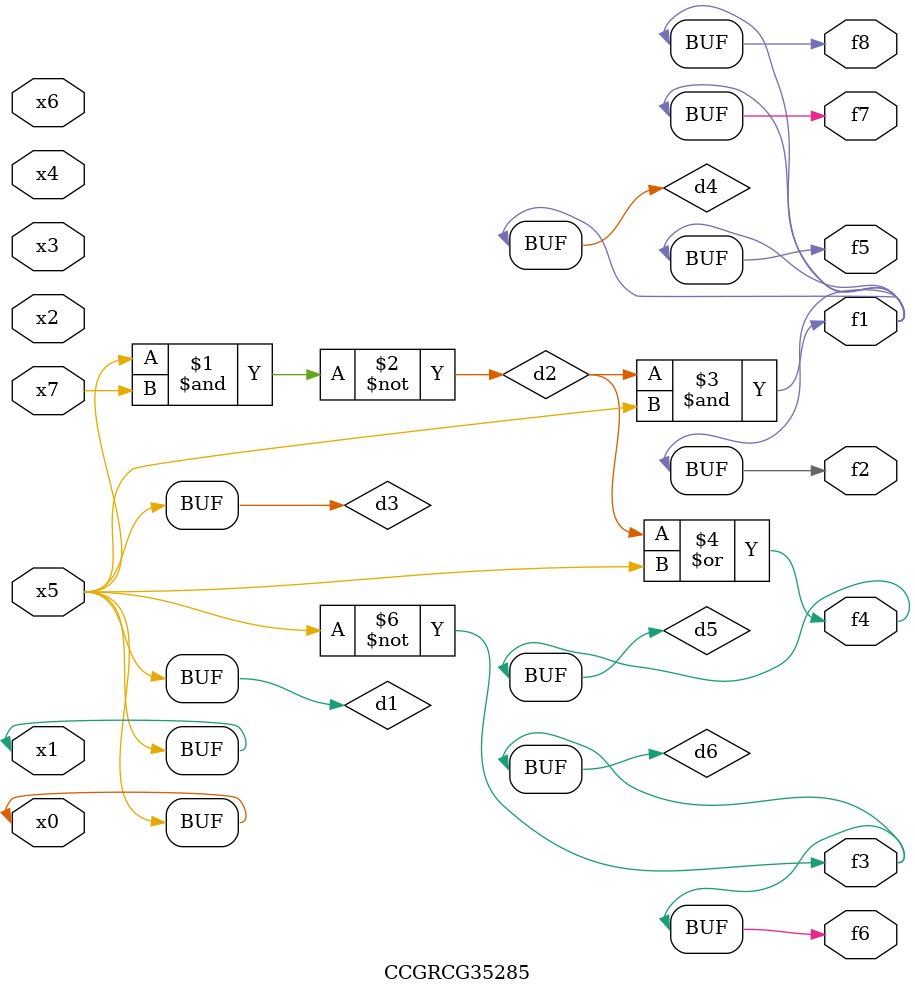
<source format=v>
module CCGRCG35285(
	input x0, x1, x2, x3, x4, x5, x6, x7,
	output f1, f2, f3, f4, f5, f6, f7, f8
);

	wire d1, d2, d3, d4, d5, d6;

	buf (d1, x0, x5);
	nand (d2, x5, x7);
	buf (d3, x0, x1);
	and (d4, d2, d3);
	or (d5, d2, d3);
	nor (d6, d1, d3);
	assign f1 = d4;
	assign f2 = d4;
	assign f3 = d6;
	assign f4 = d5;
	assign f5 = d4;
	assign f6 = d6;
	assign f7 = d4;
	assign f8 = d4;
endmodule

</source>
